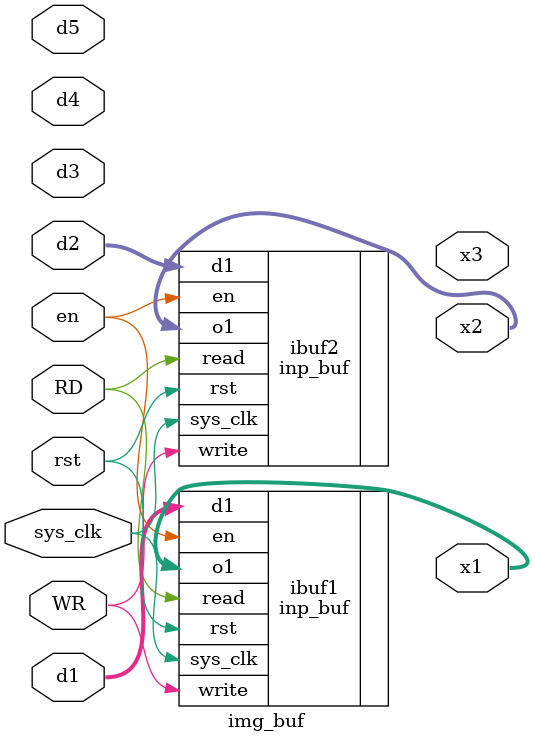
<source format=v>
`timescale 1ns / 1ps


module img_buf(
    input sys_clk,
    input WR,
    input RD,
    input en,
    input rst,
    input [7:0] d1,d2,d3,d4,d5,
    output [7:0] x1,x2,x3
    );
//wire empty, full;
//wire [7:0] din[0:31];

inp_buf ibuf1 ( .sys_clk(sys_clk), .d1(d1), .read(RD), .write(WR), .en(en), .rst(rst), .o1(x1)); //, .empty(empty), .full(full));
inp_buf ibuf2 ( .sys_clk(sys_clk), .d1(d2), .read(RD), .write(WR), .en(en), .rst(rst), .o1(x2));

reg signed [7:0] image[0:31][0:31];

integer m, n;

always @(posedge sys_clk) begin
if (en==1) begin
if (WR==1) begin
    for (m=0; m<32; m=m+1) begin
        for (n=0; n<32; n=n+1) begin
            image[m][n] = d1;
        end
    end
    
end
if (RD==1) begin

end
end
end

endmodule

</source>
